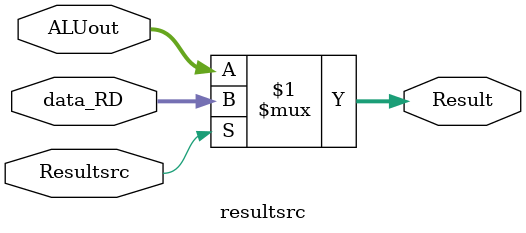
<source format=sv>
module resultsrc #(
    parameter DATA_WIDTH=32
)(
input logic[DATA_WIDTH-1:0] ALUout,
input logic[DATA_WIDTH-1:0] data_RD,
input logic Resultsrc,
output logic[DATA_WIDTH-1:0] Result
);

assign Result=Resultsrc?data_RD:ALUout;

endmodule

</source>
